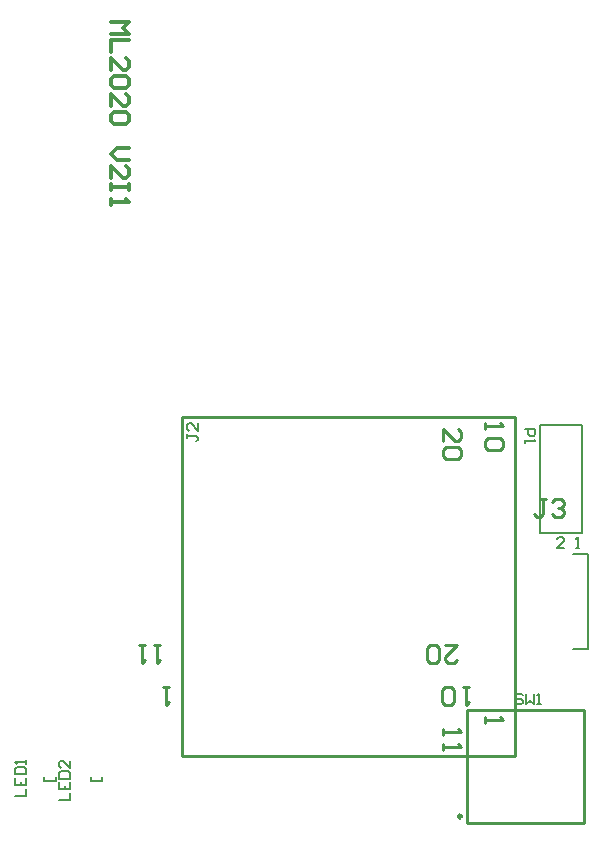
<source format=gto>
G04*
G04 #@! TF.GenerationSoftware,Altium Limited,Altium Designer,21.0.8 (223)*
G04*
G04 Layer_Color=65535*
%FSLAX25Y25*%
%MOIN*%
G70*
G04*
G04 #@! TF.SameCoordinates,E158979E-E8F5-4E42-ABDF-87379EC9601E*
G04*
G04*
G04 #@! TF.FilePolarity,Positive*
G04*
G01*
G75*
%ADD10C,0.01000*%
%ADD11C,0.00787*%
%ADD12C,0.00600*%
%ADD13C,0.01200*%
D10*
X352935Y219947D02*
G03*
X352935Y219947I-700J0D01*
G01*
X393561Y217567D02*
Y255341D01*
X354585D02*
X393561D01*
X354585Y217567D02*
X393561D01*
X354585D02*
Y255341D01*
X259614Y353031D02*
X370614D01*
Y240032D02*
Y353031D01*
X259614Y240032D02*
X370614D01*
X259614Y353031D02*
X259614Y240032D01*
X360614Y351031D02*
Y349032D01*
Y350032D01*
X366612D01*
X365613Y351031D01*
Y346033D02*
X366612Y345033D01*
Y343034D01*
X365613Y342034D01*
X361614D01*
X360614Y343034D01*
Y345033D01*
X361614Y346033D01*
X365613D01*
X346614Y345033D02*
Y349031D01*
X350613Y345033D01*
X351613D01*
X352612Y346033D01*
Y348032D01*
X351613Y349031D01*
Y343033D02*
X352612Y342034D01*
Y340034D01*
X351613Y339035D01*
X347614D01*
X346614Y340034D01*
Y342034D01*
X347614Y343033D01*
X351613D01*
X346614Y249031D02*
Y247032D01*
Y248032D01*
X352612D01*
X351613Y249031D01*
X346614Y244033D02*
Y242034D01*
Y243034D01*
X352612D01*
X351613Y244033D01*
X360614Y253031D02*
Y251032D01*
Y252032D01*
X366612D01*
X365613Y253031D01*
X255100Y262863D02*
X253101D01*
X254100D01*
Y256865D01*
X255100Y257865D01*
X252100Y276863D02*
X250101D01*
X251100D01*
Y270865D01*
X252100Y271865D01*
X247102Y276863D02*
X245102D01*
X246102D01*
Y270865D01*
X247102Y271865D01*
X347101Y276863D02*
X351100D01*
X347101Y272864D01*
Y271865D01*
X348101Y270865D01*
X350100D01*
X351100Y271865D01*
X345102D02*
X344102Y270865D01*
X342103D01*
X341103Y271865D01*
Y275863D01*
X342103Y276863D01*
X344102D01*
X345102Y275863D01*
Y271865D01*
X355100Y262863D02*
X353100D01*
X354100D01*
Y256865D01*
X355100Y257865D01*
X350101D02*
X349102Y256865D01*
X347102D01*
X346103Y257865D01*
Y261863D01*
X347102Y262863D01*
X349102D01*
X350101Y261863D01*
Y257865D01*
X380869Y325675D02*
X378870D01*
X379869D01*
Y320676D01*
X378870Y319677D01*
X377870D01*
X376870Y320676D01*
X382868Y324675D02*
X383868Y325675D01*
X385867D01*
X386867Y324675D01*
Y323675D01*
X385867Y322676D01*
X384868D01*
X385867D01*
X386867Y321676D01*
Y320676D01*
X385867Y319677D01*
X383868D01*
X382868Y320676D01*
D11*
X395012Y275829D02*
Y307522D01*
X389815Y275829D02*
X395012D01*
X389815Y307522D02*
X395012D01*
X213732Y231710D02*
Y232891D01*
X217669Y231710D02*
Y232891D01*
X213732Y231710D02*
X217669D01*
X229132D02*
Y232891D01*
X233068Y231710D02*
Y232891D01*
X229132Y231710D02*
X233068D01*
X378812Y350490D02*
X392788D01*
X378812Y314310D02*
X392788D01*
X378812D02*
Y350490D01*
X392788Y314310D02*
Y350490D01*
D12*
X390831Y309331D02*
X392031D01*
X391431D01*
Y312930D01*
X390831Y312330D01*
X386999Y309300D02*
X384600D01*
X386999Y311699D01*
Y312299D01*
X386399Y312899D01*
X385200D01*
X384600Y312299D01*
X373201Y260200D02*
X372601Y260799D01*
X371401D01*
X370801Y260200D01*
Y259600D01*
X371401Y259000D01*
X372601D01*
X373201Y258400D01*
Y257800D01*
X372601Y257201D01*
X371401D01*
X370801Y257800D01*
X374400Y260799D02*
Y257201D01*
X375600Y258400D01*
X376799Y257201D01*
Y260799D01*
X377999Y257201D02*
X379199D01*
X378599D01*
Y260799D01*
X377999Y260200D01*
X373801Y349099D02*
X377399D01*
Y347300D01*
X376800Y346700D01*
X375600D01*
X375000Y347300D01*
Y349099D01*
X373801Y345500D02*
Y344301D01*
Y344901D01*
X377399D01*
X376800Y345500D01*
X218701Y225302D02*
X222299D01*
Y227701D01*
X218701Y231300D02*
Y228901D01*
X222299D01*
Y231300D01*
X220500Y228901D02*
Y230101D01*
X218701Y232500D02*
X222299D01*
Y234299D01*
X221700Y234899D01*
X219300D01*
X218701Y234299D01*
Y232500D01*
X222299Y238498D02*
Y236099D01*
X219900Y238498D01*
X219300D01*
X218701Y237898D01*
Y236699D01*
X219300Y236099D01*
X204001Y226702D02*
X207599D01*
Y229101D01*
X204001Y232700D02*
Y230301D01*
X207599D01*
Y232700D01*
X205800Y230301D02*
Y231500D01*
X204001Y233900D02*
X207599D01*
Y235699D01*
X207000Y236299D01*
X204600D01*
X204001Y235699D01*
Y233900D01*
X207599Y237498D02*
Y238698D01*
Y238098D01*
X204001D01*
X204600Y237498D01*
X261287Y347321D02*
Y346122D01*
Y346721D01*
X264286D01*
X264886Y346122D01*
Y345522D01*
X264286Y344922D01*
X264886Y350920D02*
Y348521D01*
X262487Y350920D01*
X261887D01*
X261287Y350320D01*
Y349121D01*
X261887Y348521D01*
D13*
X235828Y484816D02*
X241826D01*
X239826Y482816D01*
X241826Y480817D01*
X235828D01*
X241826Y478818D02*
X235828D01*
Y474819D01*
Y468821D02*
Y472820D01*
X239826Y468821D01*
X240826D01*
X241826Y469821D01*
Y471820D01*
X240826Y472820D01*
Y466822D02*
X241826Y465822D01*
Y463823D01*
X240826Y462823D01*
X236827D01*
X235828Y463823D01*
Y465822D01*
X236827Y466822D01*
X240826D01*
X235828Y456825D02*
Y460823D01*
X239826Y456825D01*
X240826D01*
X241826Y457825D01*
Y459824D01*
X240826Y460823D01*
Y454825D02*
X241826Y453826D01*
Y451826D01*
X240826Y450827D01*
X236827D01*
X235828Y451826D01*
Y453826D01*
X236827Y454825D01*
X240826D01*
X241826Y442829D02*
X237827D01*
X235828Y440830D01*
X237827Y438831D01*
X241826D01*
X235828Y432833D02*
Y436831D01*
X239826Y432833D01*
X240826D01*
X241826Y433832D01*
Y435832D01*
X240826Y436831D01*
X241826Y430833D02*
Y428834D01*
Y429834D01*
X235828D01*
Y430833D01*
Y428834D01*
Y425835D02*
Y423836D01*
Y424835D01*
X241826D01*
X240826Y425835D01*
M02*

</source>
